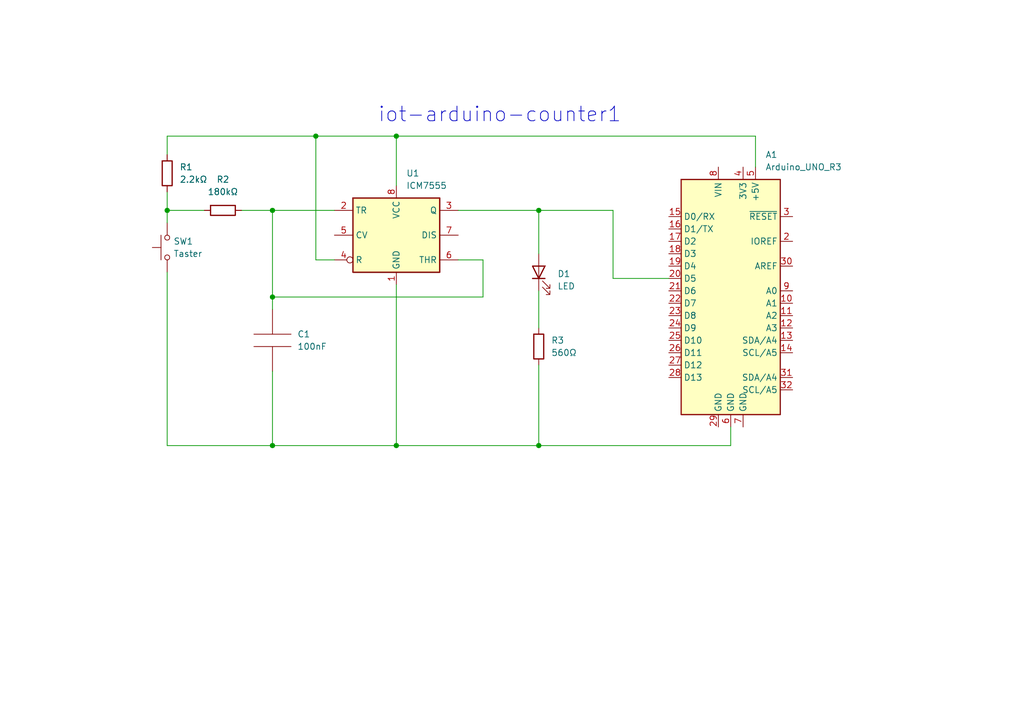
<source format=kicad_sch>
(kicad_sch (version 20211123) (generator eeschema)
  (paper "A5")
  (title_block (title "iot-arduino-counter1") (date "2022-03-08") (rev "1") (comment 1 "See also: schaerens.ch/iot-arduino-counter1"))
  (lib_symbols
    (symbol "Device:LED" (pin_numbers hide) (pin_names (offset 1.016) hide)
      (property "Reference" "D" (at 0 2.54 0))
      (property "Value" "LED" (at 0 -2.54 0))
      (symbol "LED_0_1"
        (polyline (pts (xy -1.27 -1.27) (xy -1.27 1.27)) (stroke (width 0.254)))
        (polyline (pts (xy -1.27 0) (xy 1.27 0)))
        (polyline (pts (xy 1.27 -1.27) (xy 1.27 1.27) (xy -1.27 0) (xy 1.27 -1.27)) (stroke (width 0.254)))
        (polyline (pts (xy -3.048 -0.762) (xy -4.572 -2.286) (xy -3.81 -2.286) (xy -4.572 -2.286) (xy -4.572 -1.524)))
        (polyline (pts (xy -1.778 -0.762) (xy -3.302 -2.286) (xy -2.54 -2.286) (xy -3.302 -2.286) (xy -3.302 -1.524)))
      )
      (symbol "LED_1_1"
        (pin passive line (at -3.81 0 0) (length 2.54) (name "K") (number "1"))
        (pin passive line (at 3.81 0 180) (length 2.54) (name "A") (number "2"))
      )
    )
    (symbol "Device:R" (pin_numbers hide) (pin_names (offset 0))
      (property "Reference" "R" (at 2.032 0 90))
      (property "Value" "R" (at 0 0 90))
      (symbol "R_0_1"
        (rectangle (start -1.016 -2.54) (end 1.016 2.54) (stroke (width 0.254)))
      )
      (symbol "R_1_1"
        (pin passive line (at 0 3.81 270) (length 1.27) (name "~") (number "1"))
        (pin passive line (at 0 -3.81 90) (length 1.27) (name "~") (number "2"))
      )
    )
    (symbol "MCU_Module:Arduino_UNO_R3"
      (property "Reference" "A" (at -10.16 23.495 0))
      (property "Value" "Arduino_UNO_R3" (at 5.08 -26.67 0))
      (symbol "Arduino_UNO_R3_0_1"
        (rectangle (start -10.16 22.86) (end 10.16 -25.4) (stroke (width 0.254)) (fill (type background)))
      )
      (symbol "Arduino_UNO_R3_1_1"
        (pin no_connect line (at -10.16 -20.32 0) (length 2.54) hide (name "NC") (number "1"))
        (pin bidirectional line (at 12.7 -2.54 180) (length 2.54) (name "A1") (number "10"))
        (pin bidirectional line (at 12.7 -5.08 180) (length 2.54) (name "A2") (number "11"))
        (pin bidirectional line (at 12.7 -7.62 180) (length 2.54) (name "A3") (number "12"))
        (pin bidirectional line (at 12.7 -10.16 180) (length 2.54) (name "SDA/A4") (number "13"))
        (pin bidirectional line (at 12.7 -12.7 180) (length 2.54) (name "SCL/A5") (number "14"))
        (pin bidirectional line (at -12.7 15.24 0) (length 2.54) (name "D0/RX") (number "15"))
        (pin bidirectional line (at -12.7 12.7 0) (length 2.54) (name "D1/TX") (number "16"))
        (pin bidirectional line (at -12.7 10.16 0) (length 2.54) (name "D2") (number "17"))
        (pin bidirectional line (at -12.7 7.62 0) (length 2.54) (name "D3") (number "18"))
        (pin bidirectional line (at -12.7 5.08 0) (length 2.54) (name "D4") (number "19"))
        (pin output line (at 12.7 10.16 180) (length 2.54) (name "IOREF") (number "2"))
        (pin bidirectional line (at -12.7 2.54 0) (length 2.54) (name "D5") (number "20"))
        (pin bidirectional line (at -12.7 0 0) (length 2.54) (name "D6") (number "21"))
        (pin bidirectional line (at -12.7 -2.54 0) (length 2.54) (name "D7") (number "22"))
        (pin bidirectional line (at -12.7 -5.08 0) (length 2.54) (name "D8") (number "23"))
        (pin bidirectional line (at -12.7 -7.62 0) (length 2.54) (name "D9") (number "24"))
        (pin bidirectional line (at -12.7 -10.16 0) (length 2.54) (name "D10") (number "25"))
        (pin bidirectional line (at -12.7 -12.7 0) (length 2.54) (name "D11") (number "26"))
        (pin bidirectional line (at -12.7 -15.24 0) (length 2.54) (name "D12") (number "27"))
        (pin bidirectional line (at -12.7 -17.78 0) (length 2.54) (name "D13") (number "28"))
        (pin power_in line (at -2.54 -27.94 90) (length 2.54) (name "GND") (number "29"))
        (pin input line (at 12.7 15.24 180) (length 2.54) (name "~{RESET}") (number "3"))
        (pin input line (at 12.7 5.08 180) (length 2.54) (name "AREF") (number "30"))
        (pin bidirectional line (at 12.7 -17.78 180) (length 2.54) (name "SDA/A4") (number "31"))
        (pin bidirectional line (at 12.7 -20.32 180) (length 2.54) (name "SCL/A5") (number "32"))
        (pin power_out line (at 2.54 25.4 270) (length 2.54) (name "3V3") (number "4"))
        (pin power_out line (at 5.08 25.4 270) (length 2.54) (name "+5V") (number "5"))
        (pin power_in line (at 0 -27.94 90) (length 2.54) (name "GND") (number "6"))
        (pin power_in line (at 2.54 -27.94 90) (length 2.54) (name "GND") (number "7"))
        (pin power_in line (at -2.54 25.4 270) (length 2.54) (name "VIN") (number "8"))
        (pin bidirectional line (at 12.7 0 180) (length 2.54) (name "A0") (number "9"))
      )
    )
    (symbol "Switch:SW_Push" (pin_numbers hide) (pin_names (offset 1.016) hide)
      (property "Reference" "SW" (at 1.27 2.54 0))
      (property "Value" "SW_Push" (at 0 -1.524 0))
      (symbol "SW_Push_0_1"
        (circle (center -2.032 0) (radius 0.508))
        (polyline (pts (xy 0 1.27) (xy 0 3.048)))
        (polyline (pts (xy 2.54 1.27) (xy -2.54 1.27)))
        (circle (center 2.032 0) (radius 0.508))
        (pin passive line (at -5.08 0 0) (length 2.54) (name "1") (number "1"))
        (pin passive line (at 5.08 0 180) (length 2.54) (name "2") (number "2"))
      )
    )
    (symbol "Timer:ICM7555xB"
      (property "Reference" "U" (at -10.16 8.89 0))
      (property "Value" "ICM7555xB" (at 2.54 8.89 0))
      (symbol "ICM7555xB_0_0"
        (pin power_in line (at 0 -10.16 90) (length 2.54) (name "GND") (number "1"))
        (pin power_in line (at 0 10.16 270) (length 2.54) (name "VCC") (number "8"))
      )
      (symbol "ICM7555xB_0_1"
        (rectangle (start -8.89 -7.62) (end 8.89 7.62) (stroke (width 0.254)) (fill (type background)))
        (rectangle (start -8.89 -7.62) (end 8.89 7.62) (stroke (width 0.254)) (fill (type background)))
      )
      (symbol "ICM7555xB_1_1"
        (pin input line (at -12.7 5.08 0) (length 3.81) (name "TR") (number "2"))
        (pin output line (at 12.7 5.08 180) (length 3.81) (name "Q") (number "3"))
        (pin input inverted (at -12.7 -5.08 0) (length 3.81) (name "R") (number "4"))
        (pin input line (at -12.7 0 0) (length 3.81) (name "CV") (number "5"))
        (pin input line (at 12.7 -5.08 180) (length 3.81) (name "THR") (number "6"))
        (pin input line (at 12.7 0 180) (length 3.81) (name "DIS") (number "7"))
      )
    )
    (symbol "pspice:CAP" (pin_numbers hide) (pin_names (offset 0.254))
      (property "Reference" "C" (at 2.54 3.81 90))
      (property "Value" "CAP" (at 2.54 -3.81 90))
      (symbol "CAP_0_1"
        (polyline (pts (xy -3.81 -1.27) (xy 3.81 -1.27)))
        (polyline (pts (xy -3.81 1.27) (xy 3.81 1.27)))
      )
      (symbol "CAP_1_1"
        (pin passive line (at 0 6.35 270) (length 5.08) (name "~") (number "1"))
        (pin passive line (at 0 -6.35 90) (length 5.08) (name "~") (number "2"))
      )
    )
  )
  (junction (at 110.49 91.44))
  (junction (at 81.28 27.94))
  (junction (at 81.28 91.44))
  (junction (at 55.88 60.96))
  (junction (at 55.88 43.18))
  (junction (at 34.29 43.18))
  (junction (at 55.88 91.44))
  (junction (at 64.77 27.94))
  (junction (at 110.49 43.18))
  (wire (pts (xy 64.77 27.94) (xy 81.28 27.94)))
  (wire (pts (xy 125.73 57.15) (xy 137.16 57.15)))
  (wire (pts (xy 99.06 53.34) (xy 99.06 60.96)))
  (wire (pts (xy 34.29 31.75) (xy 34.29 27.94)))
  (wire (pts (xy 64.77 27.94) (xy 64.77 53.34)))
  (wire (pts (xy 110.49 91.44) (xy 81.28 91.44)))
  (wire (pts (xy 125.73 43.18) (xy 125.73 57.15)))
  (wire (pts (xy 81.28 27.94) (xy 154.94 27.94)))
  (wire (pts (xy 110.49 74.93) (xy 110.49 91.44)))
  (wire (pts (xy 55.88 60.96) (xy 55.88 43.18)))
  (wire (pts (xy 34.29 39.37) (xy 34.29 43.18)))
  (wire (pts (xy 93.98 43.18) (xy 110.49 43.18)))
  (wire (pts (xy 99.06 60.96) (xy 55.88 60.96)))
  (wire (pts (xy 149.86 91.44) (xy 149.86 87.63)))
  (wire (pts (xy 81.28 27.94) (xy 81.28 38.1)))
  (wire (pts (xy 34.29 43.18) (xy 34.29 45.72)))
  (wire (pts (xy 154.94 27.94) (xy 154.94 34.29)))
  (wire (pts (xy 34.29 43.18) (xy 41.91 43.18)))
  (wire (pts (xy 55.88 91.44) (xy 81.28 91.44)))
  (wire (pts (xy 68.58 53.34) (xy 64.77 53.34)))
  (wire (pts (xy 110.49 91.44) (xy 149.86 91.44)))
  (wire (pts (xy 34.29 55.88) (xy 34.29 91.44)))
  (wire (pts (xy 55.88 76.2) (xy 55.88 91.44)))
  (wire (pts (xy 34.29 27.94) (xy 64.77 27.94)))
  (wire (pts (xy 110.49 43.18) (xy 110.49 52.07)))
  (wire (pts (xy 81.28 58.42) (xy 81.28 91.44)))
  (wire (pts (xy 93.98 53.34) (xy 99.06 53.34)))
  (wire (pts (xy 49.53 43.18) (xy 55.88 43.18)))
  (wire (pts (xy 55.88 60.96) (xy 55.88 63.5)))
  (wire (pts (xy 34.29 91.44) (xy 55.88 91.44)))
  (wire (pts (xy 110.49 43.18) (xy 125.73 43.18)))
  (wire (pts (xy 55.88 43.18) (xy 68.58 43.18)))
  (wire (pts (xy 110.49 59.69) (xy 110.49 67.31)))
  (text "iot-arduino-counter1" (at 77.47 25.4 0) (effects (font (size 3 3)) (justify left bottom)))
  (symbol (lib_id "Switch:SW_Push") (at 34.29 50.8 90) (unit 1)
    (property "Reference" "SW1" (at 35.56 49.5299 90) (effects (justify right)))
    (property "Value" "Taster" (at 35.56 52.0699 90) (effects (justify right)))
  )
  (symbol (lib_id "MCU_Module:Arduino_UNO_R3") (at 149.86 59.69 0) (unit 1)
    (property "Reference" "A1" (at 156.9594 31.75 0) (effects (justify left)))
    (property "Value" "Arduino_UNO_R3" (at 156.9594 34.29 0) (effects (justify left)))
    (property "Footprint" "Module:Arduino_UNO_R3" (effects hide))
    (property "Datasheet" "https://www.arduino.cc/en/Main/arduinoBoardUno" (effects hide))
  )
  (symbol (lib_id "Device:LED") (at 110.49 55.88 90) (unit 1)
    (property "Reference" "D1" (at 114.3 56.1974 90) (effects (justify right)))
    (property "Value" "LED" (at 114.3 58.7374 90) (effects (justify right)))
  )
  (symbol (lib_id "Device:R") (at 110.49 71.12 0) (unit 1)
    (property "Reference" "R3" (at 113.03 69.8499 0) (effects (justify left)))
    (property "Value" "560Ω" (at 113.03 72.3899 0) (effects (justify left)))
  )
  (symbol (lib_id "Device:R") (at 45.72 43.18 90) (unit 1)
    (property "Reference" "R2" (at 45.72 36.83 90))
    (property "Value" "180kΩ" (at 45.72 39.37 90))
  )
  (symbol (lib_id "pspice:CAP") (at 55.88 69.85 0) (unit 1)
    (property "Reference" "C1" (at 60.96 68.5799 0) (effects (justify left)))
    (property "Value" "100nF" (at 60.96 71.1199 0) (effects (justify left)))
  )
  (symbol (lib_id "Timer:ICM7555xB") (at 81.28 48.26 0) (unit 1)
    (property "Reference" "U1" (at 83.2994 35.56 0) (effects (justify left)))
    (property "Value" "ICM7555" (at 83.2994 38.1 0) (effects (justify left)))
    (property "Footprint" "Package_SO:SOIC-8_3.9x4.9mm_P1.27mm" (effects hide))
    (property "Datasheet" "http://www.intersil.com/content/dam/Intersil/documents/icm7/icm7555-56.pdf" (effects hide))
  )
  (symbol (lib_id "Device:R") (at 34.29 35.56 0) (unit 1)
    (property "Reference" "R1" (at 36.83 34.2899 0) (effects (justify left)))
    (property "Value" "2.2kΩ" (at 36.83 36.8299 0) (effects (justify left)))
  )
)
</source>
